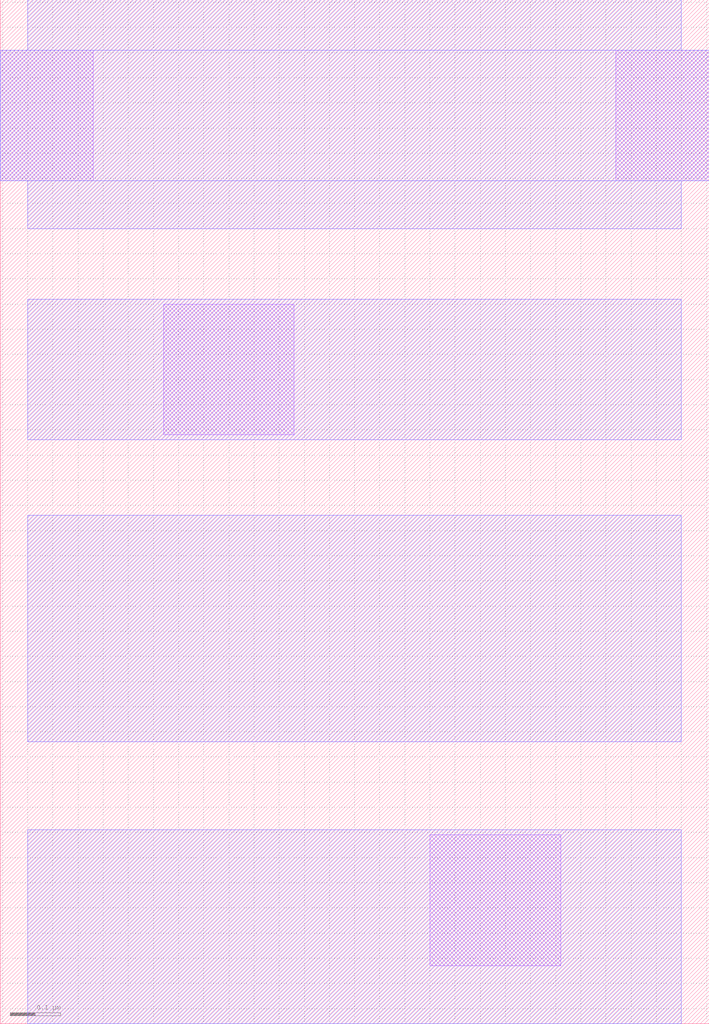
<source format=lef>
# Copyright 2020 The SkyWater PDK Authors
#
# Licensed under the Apache License, Version 2.0 (the "License");
# you may not use this file except in compliance with the License.
# You may obtain a copy of the License at
#
#     https://www.apache.org/licenses/LICENSE-2.0
#
# Unless required by applicable law or agreed to in writing, software
# distributed under the License is distributed on an "AS IS" BASIS,
# WITHOUT WARRANTIES OR CONDITIONS OF ANY KIND, either express or implied.
# See the License for the specific language governing permissions and
# limitations under the License.
#
# SPDX-License-Identifier: Apache-2.0

VERSION 5.7 ;
  NOWIREEXTENSIONATPIN ON ;
  DIVIDERCHAR "/" ;
  BUSBITCHARS "[]" ;
MACRO sky130_fd_bd_sram__sram_sp_colend_p_cent_m2
  CLASS BLOCK ;
  FOREIGN sky130_fd_bd_sram__sram_sp_colend_p_cent_m2 ;
  ORIGIN  0.055000 -0.020000 ;
  SIZE  1.410000 BY  2.035000 ;
  OBS
    LAYER met1 ;
      RECT -0.055000 1.695000 0.130000 1.955000 ;
      RECT  0.270000 1.190000 0.530000 1.450000 ;
      RECT  0.800000 0.135000 1.060000 0.395000 ;
      RECT  1.170000 1.695000 1.355000 1.955000 ;
    LAYER met2 ;
      RECT -0.055000 1.695000 1.355000 1.955000 ;
      RECT  0.000000 0.020000 1.300000 0.405000 ;
      RECT  0.000000 0.580000 1.300000 1.030000 ;
      RECT  0.000000 1.180000 1.300000 1.460000 ;
      RECT  0.000000 1.600000 1.300000 1.695000 ;
      RECT  0.000000 1.955000 1.300000 2.055000 ;
  END
END sky130_fd_bd_sram__sram_sp_colend_p_cent_m2
END LIBRARY

</source>
